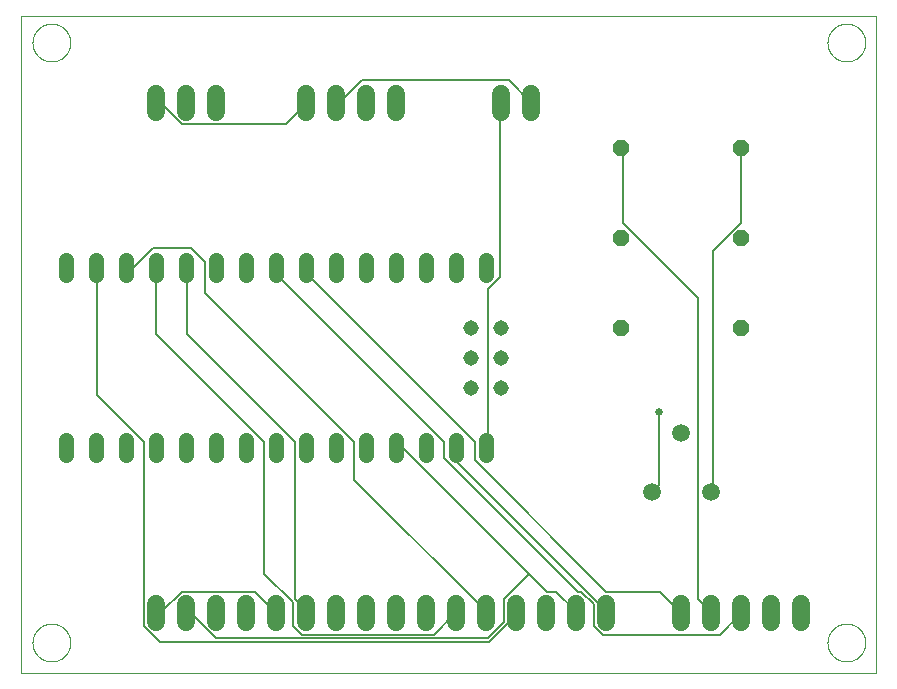
<source format=gbl>
G75*
%MOIN*%
%OFA0B0*%
%FSLAX25Y25*%
%IPPOS*%
%LPD*%
%AMOC8*
5,1,8,0,0,1.08239X$1,22.5*
%
%ADD10C,0.00000*%
%ADD11C,0.06000*%
%ADD12C,0.05937*%
%ADD13OC8,0.05200*%
%ADD14C,0.05150*%
%ADD15C,0.05150*%
%ADD16C,0.00600*%
%ADD17C,0.02578*%
D10*
X0001000Y0001000D02*
X0001000Y0219701D01*
X0285921Y0219701D01*
X0285921Y0001000D01*
X0001000Y0001000D01*
X0004701Y0011000D02*
X0004703Y0011158D01*
X0004709Y0011316D01*
X0004719Y0011474D01*
X0004733Y0011632D01*
X0004751Y0011789D01*
X0004772Y0011946D01*
X0004798Y0012102D01*
X0004828Y0012258D01*
X0004861Y0012413D01*
X0004899Y0012566D01*
X0004940Y0012719D01*
X0004985Y0012871D01*
X0005034Y0013022D01*
X0005087Y0013171D01*
X0005143Y0013319D01*
X0005203Y0013465D01*
X0005267Y0013610D01*
X0005335Y0013753D01*
X0005406Y0013895D01*
X0005480Y0014035D01*
X0005558Y0014172D01*
X0005640Y0014308D01*
X0005724Y0014442D01*
X0005813Y0014573D01*
X0005904Y0014702D01*
X0005999Y0014829D01*
X0006096Y0014954D01*
X0006197Y0015076D01*
X0006301Y0015195D01*
X0006408Y0015312D01*
X0006518Y0015426D01*
X0006631Y0015537D01*
X0006746Y0015646D01*
X0006864Y0015751D01*
X0006985Y0015853D01*
X0007108Y0015953D01*
X0007234Y0016049D01*
X0007362Y0016142D01*
X0007492Y0016232D01*
X0007625Y0016318D01*
X0007760Y0016402D01*
X0007896Y0016481D01*
X0008035Y0016558D01*
X0008176Y0016630D01*
X0008318Y0016700D01*
X0008462Y0016765D01*
X0008608Y0016827D01*
X0008755Y0016885D01*
X0008904Y0016940D01*
X0009054Y0016991D01*
X0009205Y0017038D01*
X0009357Y0017081D01*
X0009510Y0017120D01*
X0009665Y0017156D01*
X0009820Y0017187D01*
X0009976Y0017215D01*
X0010132Y0017239D01*
X0010289Y0017259D01*
X0010447Y0017275D01*
X0010604Y0017287D01*
X0010763Y0017295D01*
X0010921Y0017299D01*
X0011079Y0017299D01*
X0011237Y0017295D01*
X0011396Y0017287D01*
X0011553Y0017275D01*
X0011711Y0017259D01*
X0011868Y0017239D01*
X0012024Y0017215D01*
X0012180Y0017187D01*
X0012335Y0017156D01*
X0012490Y0017120D01*
X0012643Y0017081D01*
X0012795Y0017038D01*
X0012946Y0016991D01*
X0013096Y0016940D01*
X0013245Y0016885D01*
X0013392Y0016827D01*
X0013538Y0016765D01*
X0013682Y0016700D01*
X0013824Y0016630D01*
X0013965Y0016558D01*
X0014104Y0016481D01*
X0014240Y0016402D01*
X0014375Y0016318D01*
X0014508Y0016232D01*
X0014638Y0016142D01*
X0014766Y0016049D01*
X0014892Y0015953D01*
X0015015Y0015853D01*
X0015136Y0015751D01*
X0015254Y0015646D01*
X0015369Y0015537D01*
X0015482Y0015426D01*
X0015592Y0015312D01*
X0015699Y0015195D01*
X0015803Y0015076D01*
X0015904Y0014954D01*
X0016001Y0014829D01*
X0016096Y0014702D01*
X0016187Y0014573D01*
X0016276Y0014442D01*
X0016360Y0014308D01*
X0016442Y0014172D01*
X0016520Y0014035D01*
X0016594Y0013895D01*
X0016665Y0013753D01*
X0016733Y0013610D01*
X0016797Y0013465D01*
X0016857Y0013319D01*
X0016913Y0013171D01*
X0016966Y0013022D01*
X0017015Y0012871D01*
X0017060Y0012719D01*
X0017101Y0012566D01*
X0017139Y0012413D01*
X0017172Y0012258D01*
X0017202Y0012102D01*
X0017228Y0011946D01*
X0017249Y0011789D01*
X0017267Y0011632D01*
X0017281Y0011474D01*
X0017291Y0011316D01*
X0017297Y0011158D01*
X0017299Y0011000D01*
X0017297Y0010842D01*
X0017291Y0010684D01*
X0017281Y0010526D01*
X0017267Y0010368D01*
X0017249Y0010211D01*
X0017228Y0010054D01*
X0017202Y0009898D01*
X0017172Y0009742D01*
X0017139Y0009587D01*
X0017101Y0009434D01*
X0017060Y0009281D01*
X0017015Y0009129D01*
X0016966Y0008978D01*
X0016913Y0008829D01*
X0016857Y0008681D01*
X0016797Y0008535D01*
X0016733Y0008390D01*
X0016665Y0008247D01*
X0016594Y0008105D01*
X0016520Y0007965D01*
X0016442Y0007828D01*
X0016360Y0007692D01*
X0016276Y0007558D01*
X0016187Y0007427D01*
X0016096Y0007298D01*
X0016001Y0007171D01*
X0015904Y0007046D01*
X0015803Y0006924D01*
X0015699Y0006805D01*
X0015592Y0006688D01*
X0015482Y0006574D01*
X0015369Y0006463D01*
X0015254Y0006354D01*
X0015136Y0006249D01*
X0015015Y0006147D01*
X0014892Y0006047D01*
X0014766Y0005951D01*
X0014638Y0005858D01*
X0014508Y0005768D01*
X0014375Y0005682D01*
X0014240Y0005598D01*
X0014104Y0005519D01*
X0013965Y0005442D01*
X0013824Y0005370D01*
X0013682Y0005300D01*
X0013538Y0005235D01*
X0013392Y0005173D01*
X0013245Y0005115D01*
X0013096Y0005060D01*
X0012946Y0005009D01*
X0012795Y0004962D01*
X0012643Y0004919D01*
X0012490Y0004880D01*
X0012335Y0004844D01*
X0012180Y0004813D01*
X0012024Y0004785D01*
X0011868Y0004761D01*
X0011711Y0004741D01*
X0011553Y0004725D01*
X0011396Y0004713D01*
X0011237Y0004705D01*
X0011079Y0004701D01*
X0010921Y0004701D01*
X0010763Y0004705D01*
X0010604Y0004713D01*
X0010447Y0004725D01*
X0010289Y0004741D01*
X0010132Y0004761D01*
X0009976Y0004785D01*
X0009820Y0004813D01*
X0009665Y0004844D01*
X0009510Y0004880D01*
X0009357Y0004919D01*
X0009205Y0004962D01*
X0009054Y0005009D01*
X0008904Y0005060D01*
X0008755Y0005115D01*
X0008608Y0005173D01*
X0008462Y0005235D01*
X0008318Y0005300D01*
X0008176Y0005370D01*
X0008035Y0005442D01*
X0007896Y0005519D01*
X0007760Y0005598D01*
X0007625Y0005682D01*
X0007492Y0005768D01*
X0007362Y0005858D01*
X0007234Y0005951D01*
X0007108Y0006047D01*
X0006985Y0006147D01*
X0006864Y0006249D01*
X0006746Y0006354D01*
X0006631Y0006463D01*
X0006518Y0006574D01*
X0006408Y0006688D01*
X0006301Y0006805D01*
X0006197Y0006924D01*
X0006096Y0007046D01*
X0005999Y0007171D01*
X0005904Y0007298D01*
X0005813Y0007427D01*
X0005724Y0007558D01*
X0005640Y0007692D01*
X0005558Y0007828D01*
X0005480Y0007965D01*
X0005406Y0008105D01*
X0005335Y0008247D01*
X0005267Y0008390D01*
X0005203Y0008535D01*
X0005143Y0008681D01*
X0005087Y0008829D01*
X0005034Y0008978D01*
X0004985Y0009129D01*
X0004940Y0009281D01*
X0004899Y0009434D01*
X0004861Y0009587D01*
X0004828Y0009742D01*
X0004798Y0009898D01*
X0004772Y0010054D01*
X0004751Y0010211D01*
X0004733Y0010368D01*
X0004719Y0010526D01*
X0004709Y0010684D01*
X0004703Y0010842D01*
X0004701Y0011000D01*
X0004701Y0211000D02*
X0004703Y0211158D01*
X0004709Y0211316D01*
X0004719Y0211474D01*
X0004733Y0211632D01*
X0004751Y0211789D01*
X0004772Y0211946D01*
X0004798Y0212102D01*
X0004828Y0212258D01*
X0004861Y0212413D01*
X0004899Y0212566D01*
X0004940Y0212719D01*
X0004985Y0212871D01*
X0005034Y0213022D01*
X0005087Y0213171D01*
X0005143Y0213319D01*
X0005203Y0213465D01*
X0005267Y0213610D01*
X0005335Y0213753D01*
X0005406Y0213895D01*
X0005480Y0214035D01*
X0005558Y0214172D01*
X0005640Y0214308D01*
X0005724Y0214442D01*
X0005813Y0214573D01*
X0005904Y0214702D01*
X0005999Y0214829D01*
X0006096Y0214954D01*
X0006197Y0215076D01*
X0006301Y0215195D01*
X0006408Y0215312D01*
X0006518Y0215426D01*
X0006631Y0215537D01*
X0006746Y0215646D01*
X0006864Y0215751D01*
X0006985Y0215853D01*
X0007108Y0215953D01*
X0007234Y0216049D01*
X0007362Y0216142D01*
X0007492Y0216232D01*
X0007625Y0216318D01*
X0007760Y0216402D01*
X0007896Y0216481D01*
X0008035Y0216558D01*
X0008176Y0216630D01*
X0008318Y0216700D01*
X0008462Y0216765D01*
X0008608Y0216827D01*
X0008755Y0216885D01*
X0008904Y0216940D01*
X0009054Y0216991D01*
X0009205Y0217038D01*
X0009357Y0217081D01*
X0009510Y0217120D01*
X0009665Y0217156D01*
X0009820Y0217187D01*
X0009976Y0217215D01*
X0010132Y0217239D01*
X0010289Y0217259D01*
X0010447Y0217275D01*
X0010604Y0217287D01*
X0010763Y0217295D01*
X0010921Y0217299D01*
X0011079Y0217299D01*
X0011237Y0217295D01*
X0011396Y0217287D01*
X0011553Y0217275D01*
X0011711Y0217259D01*
X0011868Y0217239D01*
X0012024Y0217215D01*
X0012180Y0217187D01*
X0012335Y0217156D01*
X0012490Y0217120D01*
X0012643Y0217081D01*
X0012795Y0217038D01*
X0012946Y0216991D01*
X0013096Y0216940D01*
X0013245Y0216885D01*
X0013392Y0216827D01*
X0013538Y0216765D01*
X0013682Y0216700D01*
X0013824Y0216630D01*
X0013965Y0216558D01*
X0014104Y0216481D01*
X0014240Y0216402D01*
X0014375Y0216318D01*
X0014508Y0216232D01*
X0014638Y0216142D01*
X0014766Y0216049D01*
X0014892Y0215953D01*
X0015015Y0215853D01*
X0015136Y0215751D01*
X0015254Y0215646D01*
X0015369Y0215537D01*
X0015482Y0215426D01*
X0015592Y0215312D01*
X0015699Y0215195D01*
X0015803Y0215076D01*
X0015904Y0214954D01*
X0016001Y0214829D01*
X0016096Y0214702D01*
X0016187Y0214573D01*
X0016276Y0214442D01*
X0016360Y0214308D01*
X0016442Y0214172D01*
X0016520Y0214035D01*
X0016594Y0213895D01*
X0016665Y0213753D01*
X0016733Y0213610D01*
X0016797Y0213465D01*
X0016857Y0213319D01*
X0016913Y0213171D01*
X0016966Y0213022D01*
X0017015Y0212871D01*
X0017060Y0212719D01*
X0017101Y0212566D01*
X0017139Y0212413D01*
X0017172Y0212258D01*
X0017202Y0212102D01*
X0017228Y0211946D01*
X0017249Y0211789D01*
X0017267Y0211632D01*
X0017281Y0211474D01*
X0017291Y0211316D01*
X0017297Y0211158D01*
X0017299Y0211000D01*
X0017297Y0210842D01*
X0017291Y0210684D01*
X0017281Y0210526D01*
X0017267Y0210368D01*
X0017249Y0210211D01*
X0017228Y0210054D01*
X0017202Y0209898D01*
X0017172Y0209742D01*
X0017139Y0209587D01*
X0017101Y0209434D01*
X0017060Y0209281D01*
X0017015Y0209129D01*
X0016966Y0208978D01*
X0016913Y0208829D01*
X0016857Y0208681D01*
X0016797Y0208535D01*
X0016733Y0208390D01*
X0016665Y0208247D01*
X0016594Y0208105D01*
X0016520Y0207965D01*
X0016442Y0207828D01*
X0016360Y0207692D01*
X0016276Y0207558D01*
X0016187Y0207427D01*
X0016096Y0207298D01*
X0016001Y0207171D01*
X0015904Y0207046D01*
X0015803Y0206924D01*
X0015699Y0206805D01*
X0015592Y0206688D01*
X0015482Y0206574D01*
X0015369Y0206463D01*
X0015254Y0206354D01*
X0015136Y0206249D01*
X0015015Y0206147D01*
X0014892Y0206047D01*
X0014766Y0205951D01*
X0014638Y0205858D01*
X0014508Y0205768D01*
X0014375Y0205682D01*
X0014240Y0205598D01*
X0014104Y0205519D01*
X0013965Y0205442D01*
X0013824Y0205370D01*
X0013682Y0205300D01*
X0013538Y0205235D01*
X0013392Y0205173D01*
X0013245Y0205115D01*
X0013096Y0205060D01*
X0012946Y0205009D01*
X0012795Y0204962D01*
X0012643Y0204919D01*
X0012490Y0204880D01*
X0012335Y0204844D01*
X0012180Y0204813D01*
X0012024Y0204785D01*
X0011868Y0204761D01*
X0011711Y0204741D01*
X0011553Y0204725D01*
X0011396Y0204713D01*
X0011237Y0204705D01*
X0011079Y0204701D01*
X0010921Y0204701D01*
X0010763Y0204705D01*
X0010604Y0204713D01*
X0010447Y0204725D01*
X0010289Y0204741D01*
X0010132Y0204761D01*
X0009976Y0204785D01*
X0009820Y0204813D01*
X0009665Y0204844D01*
X0009510Y0204880D01*
X0009357Y0204919D01*
X0009205Y0204962D01*
X0009054Y0205009D01*
X0008904Y0205060D01*
X0008755Y0205115D01*
X0008608Y0205173D01*
X0008462Y0205235D01*
X0008318Y0205300D01*
X0008176Y0205370D01*
X0008035Y0205442D01*
X0007896Y0205519D01*
X0007760Y0205598D01*
X0007625Y0205682D01*
X0007492Y0205768D01*
X0007362Y0205858D01*
X0007234Y0205951D01*
X0007108Y0206047D01*
X0006985Y0206147D01*
X0006864Y0206249D01*
X0006746Y0206354D01*
X0006631Y0206463D01*
X0006518Y0206574D01*
X0006408Y0206688D01*
X0006301Y0206805D01*
X0006197Y0206924D01*
X0006096Y0207046D01*
X0005999Y0207171D01*
X0005904Y0207298D01*
X0005813Y0207427D01*
X0005724Y0207558D01*
X0005640Y0207692D01*
X0005558Y0207828D01*
X0005480Y0207965D01*
X0005406Y0208105D01*
X0005335Y0208247D01*
X0005267Y0208390D01*
X0005203Y0208535D01*
X0005143Y0208681D01*
X0005087Y0208829D01*
X0005034Y0208978D01*
X0004985Y0209129D01*
X0004940Y0209281D01*
X0004899Y0209434D01*
X0004861Y0209587D01*
X0004828Y0209742D01*
X0004798Y0209898D01*
X0004772Y0210054D01*
X0004751Y0210211D01*
X0004733Y0210368D01*
X0004719Y0210526D01*
X0004709Y0210684D01*
X0004703Y0210842D01*
X0004701Y0211000D01*
X0269701Y0211000D02*
X0269703Y0211158D01*
X0269709Y0211316D01*
X0269719Y0211474D01*
X0269733Y0211632D01*
X0269751Y0211789D01*
X0269772Y0211946D01*
X0269798Y0212102D01*
X0269828Y0212258D01*
X0269861Y0212413D01*
X0269899Y0212566D01*
X0269940Y0212719D01*
X0269985Y0212871D01*
X0270034Y0213022D01*
X0270087Y0213171D01*
X0270143Y0213319D01*
X0270203Y0213465D01*
X0270267Y0213610D01*
X0270335Y0213753D01*
X0270406Y0213895D01*
X0270480Y0214035D01*
X0270558Y0214172D01*
X0270640Y0214308D01*
X0270724Y0214442D01*
X0270813Y0214573D01*
X0270904Y0214702D01*
X0270999Y0214829D01*
X0271096Y0214954D01*
X0271197Y0215076D01*
X0271301Y0215195D01*
X0271408Y0215312D01*
X0271518Y0215426D01*
X0271631Y0215537D01*
X0271746Y0215646D01*
X0271864Y0215751D01*
X0271985Y0215853D01*
X0272108Y0215953D01*
X0272234Y0216049D01*
X0272362Y0216142D01*
X0272492Y0216232D01*
X0272625Y0216318D01*
X0272760Y0216402D01*
X0272896Y0216481D01*
X0273035Y0216558D01*
X0273176Y0216630D01*
X0273318Y0216700D01*
X0273462Y0216765D01*
X0273608Y0216827D01*
X0273755Y0216885D01*
X0273904Y0216940D01*
X0274054Y0216991D01*
X0274205Y0217038D01*
X0274357Y0217081D01*
X0274510Y0217120D01*
X0274665Y0217156D01*
X0274820Y0217187D01*
X0274976Y0217215D01*
X0275132Y0217239D01*
X0275289Y0217259D01*
X0275447Y0217275D01*
X0275604Y0217287D01*
X0275763Y0217295D01*
X0275921Y0217299D01*
X0276079Y0217299D01*
X0276237Y0217295D01*
X0276396Y0217287D01*
X0276553Y0217275D01*
X0276711Y0217259D01*
X0276868Y0217239D01*
X0277024Y0217215D01*
X0277180Y0217187D01*
X0277335Y0217156D01*
X0277490Y0217120D01*
X0277643Y0217081D01*
X0277795Y0217038D01*
X0277946Y0216991D01*
X0278096Y0216940D01*
X0278245Y0216885D01*
X0278392Y0216827D01*
X0278538Y0216765D01*
X0278682Y0216700D01*
X0278824Y0216630D01*
X0278965Y0216558D01*
X0279104Y0216481D01*
X0279240Y0216402D01*
X0279375Y0216318D01*
X0279508Y0216232D01*
X0279638Y0216142D01*
X0279766Y0216049D01*
X0279892Y0215953D01*
X0280015Y0215853D01*
X0280136Y0215751D01*
X0280254Y0215646D01*
X0280369Y0215537D01*
X0280482Y0215426D01*
X0280592Y0215312D01*
X0280699Y0215195D01*
X0280803Y0215076D01*
X0280904Y0214954D01*
X0281001Y0214829D01*
X0281096Y0214702D01*
X0281187Y0214573D01*
X0281276Y0214442D01*
X0281360Y0214308D01*
X0281442Y0214172D01*
X0281520Y0214035D01*
X0281594Y0213895D01*
X0281665Y0213753D01*
X0281733Y0213610D01*
X0281797Y0213465D01*
X0281857Y0213319D01*
X0281913Y0213171D01*
X0281966Y0213022D01*
X0282015Y0212871D01*
X0282060Y0212719D01*
X0282101Y0212566D01*
X0282139Y0212413D01*
X0282172Y0212258D01*
X0282202Y0212102D01*
X0282228Y0211946D01*
X0282249Y0211789D01*
X0282267Y0211632D01*
X0282281Y0211474D01*
X0282291Y0211316D01*
X0282297Y0211158D01*
X0282299Y0211000D01*
X0282297Y0210842D01*
X0282291Y0210684D01*
X0282281Y0210526D01*
X0282267Y0210368D01*
X0282249Y0210211D01*
X0282228Y0210054D01*
X0282202Y0209898D01*
X0282172Y0209742D01*
X0282139Y0209587D01*
X0282101Y0209434D01*
X0282060Y0209281D01*
X0282015Y0209129D01*
X0281966Y0208978D01*
X0281913Y0208829D01*
X0281857Y0208681D01*
X0281797Y0208535D01*
X0281733Y0208390D01*
X0281665Y0208247D01*
X0281594Y0208105D01*
X0281520Y0207965D01*
X0281442Y0207828D01*
X0281360Y0207692D01*
X0281276Y0207558D01*
X0281187Y0207427D01*
X0281096Y0207298D01*
X0281001Y0207171D01*
X0280904Y0207046D01*
X0280803Y0206924D01*
X0280699Y0206805D01*
X0280592Y0206688D01*
X0280482Y0206574D01*
X0280369Y0206463D01*
X0280254Y0206354D01*
X0280136Y0206249D01*
X0280015Y0206147D01*
X0279892Y0206047D01*
X0279766Y0205951D01*
X0279638Y0205858D01*
X0279508Y0205768D01*
X0279375Y0205682D01*
X0279240Y0205598D01*
X0279104Y0205519D01*
X0278965Y0205442D01*
X0278824Y0205370D01*
X0278682Y0205300D01*
X0278538Y0205235D01*
X0278392Y0205173D01*
X0278245Y0205115D01*
X0278096Y0205060D01*
X0277946Y0205009D01*
X0277795Y0204962D01*
X0277643Y0204919D01*
X0277490Y0204880D01*
X0277335Y0204844D01*
X0277180Y0204813D01*
X0277024Y0204785D01*
X0276868Y0204761D01*
X0276711Y0204741D01*
X0276553Y0204725D01*
X0276396Y0204713D01*
X0276237Y0204705D01*
X0276079Y0204701D01*
X0275921Y0204701D01*
X0275763Y0204705D01*
X0275604Y0204713D01*
X0275447Y0204725D01*
X0275289Y0204741D01*
X0275132Y0204761D01*
X0274976Y0204785D01*
X0274820Y0204813D01*
X0274665Y0204844D01*
X0274510Y0204880D01*
X0274357Y0204919D01*
X0274205Y0204962D01*
X0274054Y0205009D01*
X0273904Y0205060D01*
X0273755Y0205115D01*
X0273608Y0205173D01*
X0273462Y0205235D01*
X0273318Y0205300D01*
X0273176Y0205370D01*
X0273035Y0205442D01*
X0272896Y0205519D01*
X0272760Y0205598D01*
X0272625Y0205682D01*
X0272492Y0205768D01*
X0272362Y0205858D01*
X0272234Y0205951D01*
X0272108Y0206047D01*
X0271985Y0206147D01*
X0271864Y0206249D01*
X0271746Y0206354D01*
X0271631Y0206463D01*
X0271518Y0206574D01*
X0271408Y0206688D01*
X0271301Y0206805D01*
X0271197Y0206924D01*
X0271096Y0207046D01*
X0270999Y0207171D01*
X0270904Y0207298D01*
X0270813Y0207427D01*
X0270724Y0207558D01*
X0270640Y0207692D01*
X0270558Y0207828D01*
X0270480Y0207965D01*
X0270406Y0208105D01*
X0270335Y0208247D01*
X0270267Y0208390D01*
X0270203Y0208535D01*
X0270143Y0208681D01*
X0270087Y0208829D01*
X0270034Y0208978D01*
X0269985Y0209129D01*
X0269940Y0209281D01*
X0269899Y0209434D01*
X0269861Y0209587D01*
X0269828Y0209742D01*
X0269798Y0209898D01*
X0269772Y0210054D01*
X0269751Y0210211D01*
X0269733Y0210368D01*
X0269719Y0210526D01*
X0269709Y0210684D01*
X0269703Y0210842D01*
X0269701Y0211000D01*
X0269701Y0011000D02*
X0269703Y0011158D01*
X0269709Y0011316D01*
X0269719Y0011474D01*
X0269733Y0011632D01*
X0269751Y0011789D01*
X0269772Y0011946D01*
X0269798Y0012102D01*
X0269828Y0012258D01*
X0269861Y0012413D01*
X0269899Y0012566D01*
X0269940Y0012719D01*
X0269985Y0012871D01*
X0270034Y0013022D01*
X0270087Y0013171D01*
X0270143Y0013319D01*
X0270203Y0013465D01*
X0270267Y0013610D01*
X0270335Y0013753D01*
X0270406Y0013895D01*
X0270480Y0014035D01*
X0270558Y0014172D01*
X0270640Y0014308D01*
X0270724Y0014442D01*
X0270813Y0014573D01*
X0270904Y0014702D01*
X0270999Y0014829D01*
X0271096Y0014954D01*
X0271197Y0015076D01*
X0271301Y0015195D01*
X0271408Y0015312D01*
X0271518Y0015426D01*
X0271631Y0015537D01*
X0271746Y0015646D01*
X0271864Y0015751D01*
X0271985Y0015853D01*
X0272108Y0015953D01*
X0272234Y0016049D01*
X0272362Y0016142D01*
X0272492Y0016232D01*
X0272625Y0016318D01*
X0272760Y0016402D01*
X0272896Y0016481D01*
X0273035Y0016558D01*
X0273176Y0016630D01*
X0273318Y0016700D01*
X0273462Y0016765D01*
X0273608Y0016827D01*
X0273755Y0016885D01*
X0273904Y0016940D01*
X0274054Y0016991D01*
X0274205Y0017038D01*
X0274357Y0017081D01*
X0274510Y0017120D01*
X0274665Y0017156D01*
X0274820Y0017187D01*
X0274976Y0017215D01*
X0275132Y0017239D01*
X0275289Y0017259D01*
X0275447Y0017275D01*
X0275604Y0017287D01*
X0275763Y0017295D01*
X0275921Y0017299D01*
X0276079Y0017299D01*
X0276237Y0017295D01*
X0276396Y0017287D01*
X0276553Y0017275D01*
X0276711Y0017259D01*
X0276868Y0017239D01*
X0277024Y0017215D01*
X0277180Y0017187D01*
X0277335Y0017156D01*
X0277490Y0017120D01*
X0277643Y0017081D01*
X0277795Y0017038D01*
X0277946Y0016991D01*
X0278096Y0016940D01*
X0278245Y0016885D01*
X0278392Y0016827D01*
X0278538Y0016765D01*
X0278682Y0016700D01*
X0278824Y0016630D01*
X0278965Y0016558D01*
X0279104Y0016481D01*
X0279240Y0016402D01*
X0279375Y0016318D01*
X0279508Y0016232D01*
X0279638Y0016142D01*
X0279766Y0016049D01*
X0279892Y0015953D01*
X0280015Y0015853D01*
X0280136Y0015751D01*
X0280254Y0015646D01*
X0280369Y0015537D01*
X0280482Y0015426D01*
X0280592Y0015312D01*
X0280699Y0015195D01*
X0280803Y0015076D01*
X0280904Y0014954D01*
X0281001Y0014829D01*
X0281096Y0014702D01*
X0281187Y0014573D01*
X0281276Y0014442D01*
X0281360Y0014308D01*
X0281442Y0014172D01*
X0281520Y0014035D01*
X0281594Y0013895D01*
X0281665Y0013753D01*
X0281733Y0013610D01*
X0281797Y0013465D01*
X0281857Y0013319D01*
X0281913Y0013171D01*
X0281966Y0013022D01*
X0282015Y0012871D01*
X0282060Y0012719D01*
X0282101Y0012566D01*
X0282139Y0012413D01*
X0282172Y0012258D01*
X0282202Y0012102D01*
X0282228Y0011946D01*
X0282249Y0011789D01*
X0282267Y0011632D01*
X0282281Y0011474D01*
X0282291Y0011316D01*
X0282297Y0011158D01*
X0282299Y0011000D01*
X0282297Y0010842D01*
X0282291Y0010684D01*
X0282281Y0010526D01*
X0282267Y0010368D01*
X0282249Y0010211D01*
X0282228Y0010054D01*
X0282202Y0009898D01*
X0282172Y0009742D01*
X0282139Y0009587D01*
X0282101Y0009434D01*
X0282060Y0009281D01*
X0282015Y0009129D01*
X0281966Y0008978D01*
X0281913Y0008829D01*
X0281857Y0008681D01*
X0281797Y0008535D01*
X0281733Y0008390D01*
X0281665Y0008247D01*
X0281594Y0008105D01*
X0281520Y0007965D01*
X0281442Y0007828D01*
X0281360Y0007692D01*
X0281276Y0007558D01*
X0281187Y0007427D01*
X0281096Y0007298D01*
X0281001Y0007171D01*
X0280904Y0007046D01*
X0280803Y0006924D01*
X0280699Y0006805D01*
X0280592Y0006688D01*
X0280482Y0006574D01*
X0280369Y0006463D01*
X0280254Y0006354D01*
X0280136Y0006249D01*
X0280015Y0006147D01*
X0279892Y0006047D01*
X0279766Y0005951D01*
X0279638Y0005858D01*
X0279508Y0005768D01*
X0279375Y0005682D01*
X0279240Y0005598D01*
X0279104Y0005519D01*
X0278965Y0005442D01*
X0278824Y0005370D01*
X0278682Y0005300D01*
X0278538Y0005235D01*
X0278392Y0005173D01*
X0278245Y0005115D01*
X0278096Y0005060D01*
X0277946Y0005009D01*
X0277795Y0004962D01*
X0277643Y0004919D01*
X0277490Y0004880D01*
X0277335Y0004844D01*
X0277180Y0004813D01*
X0277024Y0004785D01*
X0276868Y0004761D01*
X0276711Y0004741D01*
X0276553Y0004725D01*
X0276396Y0004713D01*
X0276237Y0004705D01*
X0276079Y0004701D01*
X0275921Y0004701D01*
X0275763Y0004705D01*
X0275604Y0004713D01*
X0275447Y0004725D01*
X0275289Y0004741D01*
X0275132Y0004761D01*
X0274976Y0004785D01*
X0274820Y0004813D01*
X0274665Y0004844D01*
X0274510Y0004880D01*
X0274357Y0004919D01*
X0274205Y0004962D01*
X0274054Y0005009D01*
X0273904Y0005060D01*
X0273755Y0005115D01*
X0273608Y0005173D01*
X0273462Y0005235D01*
X0273318Y0005300D01*
X0273176Y0005370D01*
X0273035Y0005442D01*
X0272896Y0005519D01*
X0272760Y0005598D01*
X0272625Y0005682D01*
X0272492Y0005768D01*
X0272362Y0005858D01*
X0272234Y0005951D01*
X0272108Y0006047D01*
X0271985Y0006147D01*
X0271864Y0006249D01*
X0271746Y0006354D01*
X0271631Y0006463D01*
X0271518Y0006574D01*
X0271408Y0006688D01*
X0271301Y0006805D01*
X0271197Y0006924D01*
X0271096Y0007046D01*
X0270999Y0007171D01*
X0270904Y0007298D01*
X0270813Y0007427D01*
X0270724Y0007558D01*
X0270640Y0007692D01*
X0270558Y0007828D01*
X0270480Y0007965D01*
X0270406Y0008105D01*
X0270335Y0008247D01*
X0270267Y0008390D01*
X0270203Y0008535D01*
X0270143Y0008681D01*
X0270087Y0008829D01*
X0270034Y0008978D01*
X0269985Y0009129D01*
X0269940Y0009281D01*
X0269899Y0009434D01*
X0269861Y0009587D01*
X0269828Y0009742D01*
X0269798Y0009898D01*
X0269772Y0010054D01*
X0269751Y0010211D01*
X0269733Y0010368D01*
X0269719Y0010526D01*
X0269709Y0010684D01*
X0269703Y0010842D01*
X0269701Y0011000D01*
D11*
X0261000Y0018000D02*
X0261000Y0024000D01*
X0251000Y0024000D02*
X0251000Y0018000D01*
X0241000Y0018000D02*
X0241000Y0024000D01*
X0231000Y0024000D02*
X0231000Y0018000D01*
X0221000Y0018000D02*
X0221000Y0024000D01*
X0196000Y0024000D02*
X0196000Y0018000D01*
X0186000Y0018000D02*
X0186000Y0024000D01*
X0176000Y0024000D02*
X0176000Y0018000D01*
X0166000Y0018000D02*
X0166000Y0024000D01*
X0156000Y0024000D02*
X0156000Y0018000D01*
X0146000Y0018000D02*
X0146000Y0024000D01*
X0136000Y0024000D02*
X0136000Y0018000D01*
X0126000Y0018000D02*
X0126000Y0024000D01*
X0116000Y0024000D02*
X0116000Y0018000D01*
X0106000Y0018000D02*
X0106000Y0024000D01*
X0096000Y0024000D02*
X0096000Y0018000D01*
X0086000Y0018000D02*
X0086000Y0024000D01*
X0076000Y0024000D02*
X0076000Y0018000D01*
X0066000Y0018000D02*
X0066000Y0024000D01*
X0056000Y0024000D02*
X0056000Y0018000D01*
X0046000Y0018000D02*
X0046000Y0024000D01*
X0046000Y0188000D02*
X0046000Y0194000D01*
X0056000Y0194000D02*
X0056000Y0188000D01*
X0066000Y0188000D02*
X0066000Y0194000D01*
X0096000Y0194000D02*
X0096000Y0188000D01*
X0106000Y0188000D02*
X0106000Y0194000D01*
X0116000Y0194000D02*
X0116000Y0188000D01*
X0126000Y0188000D02*
X0126000Y0194000D01*
X0161000Y0194000D02*
X0161000Y0188000D01*
X0171000Y0188000D02*
X0171000Y0194000D01*
D12*
X0221000Y0080843D03*
X0211157Y0061157D03*
X0230843Y0061157D03*
D13*
X0241000Y0116000D03*
X0201000Y0116000D03*
X0201000Y0146000D03*
X0201000Y0176000D03*
X0241000Y0176000D03*
X0241000Y0146000D03*
D14*
X0156000Y0138575D02*
X0156000Y0133425D01*
X0146000Y0133425D02*
X0146000Y0138575D01*
X0136000Y0138575D02*
X0136000Y0133425D01*
X0126000Y0133425D02*
X0126000Y0138575D01*
X0116000Y0138575D02*
X0116000Y0133425D01*
X0106000Y0133425D02*
X0106000Y0138575D01*
X0096000Y0138575D02*
X0096000Y0133425D01*
X0086000Y0133425D02*
X0086000Y0138575D01*
X0076000Y0138575D02*
X0076000Y0133425D01*
X0066000Y0133425D02*
X0066000Y0138575D01*
X0056000Y0138575D02*
X0056000Y0133425D01*
X0046000Y0133425D02*
X0046000Y0138575D01*
X0036000Y0138575D02*
X0036000Y0133425D01*
X0026000Y0133425D02*
X0026000Y0138575D01*
X0016000Y0138575D02*
X0016000Y0133425D01*
X0016000Y0078575D02*
X0016000Y0073425D01*
X0026000Y0073425D02*
X0026000Y0078575D01*
X0036000Y0078575D02*
X0036000Y0073425D01*
X0046000Y0073425D02*
X0046000Y0078575D01*
X0056000Y0078575D02*
X0056000Y0073425D01*
X0066000Y0073425D02*
X0066000Y0078575D01*
X0076000Y0078575D02*
X0076000Y0073425D01*
X0086000Y0073425D02*
X0086000Y0078575D01*
X0096000Y0078575D02*
X0096000Y0073425D01*
X0106000Y0073425D02*
X0106000Y0078575D01*
X0116000Y0078575D02*
X0116000Y0073425D01*
X0126000Y0073425D02*
X0126000Y0078575D01*
X0136000Y0078575D02*
X0136000Y0073425D01*
X0146000Y0073425D02*
X0146000Y0078575D01*
X0156000Y0078575D02*
X0156000Y0073425D01*
D15*
X0151000Y0096000D03*
X0161000Y0096000D03*
X0161000Y0106000D03*
X0161000Y0116000D03*
X0151000Y0116000D03*
X0151000Y0106000D03*
D16*
X0156400Y0128800D02*
X0160600Y0133000D01*
X0160600Y0190600D01*
X0161000Y0191000D01*
X0163600Y0198400D02*
X0171000Y0191000D01*
X0163600Y0198400D02*
X0114400Y0198400D01*
X0107200Y0191200D01*
X0106000Y0191200D01*
X0106000Y0191000D01*
X0096000Y0191000D02*
X0095800Y0190600D01*
X0089200Y0184000D01*
X0054400Y0184000D01*
X0047800Y0190600D01*
X0046000Y0190600D01*
X0046000Y0191000D01*
X0044800Y0142600D02*
X0057400Y0142600D01*
X0062200Y0137800D01*
X0062200Y0127600D01*
X0112000Y0077800D01*
X0112000Y0065200D01*
X0155800Y0021400D01*
X0156000Y0021000D01*
X0161800Y0017800D02*
X0161800Y0025600D01*
X0170200Y0034000D01*
X0128200Y0076000D01*
X0126000Y0076000D01*
X0142000Y0077800D02*
X0142000Y0072400D01*
X0186400Y0028000D01*
X0187600Y0028000D01*
X0191800Y0023800D01*
X0191800Y0016600D01*
X0194800Y0013600D01*
X0233800Y0013600D01*
X0241000Y0020800D01*
X0241000Y0021000D01*
X0231000Y0021000D02*
X0230800Y0021400D01*
X0226600Y0025600D01*
X0226600Y0125800D01*
X0201400Y0151000D01*
X0201400Y0175600D01*
X0201000Y0176000D01*
X0241000Y0176000D02*
X0241000Y0151000D01*
X0231400Y0141400D01*
X0231400Y0061600D01*
X0230843Y0061157D01*
X0213400Y0063400D02*
X0211157Y0061157D01*
X0213400Y0063400D02*
X0213400Y0088000D01*
X0156400Y0076000D02*
X0156000Y0076000D01*
X0156400Y0076000D02*
X0156400Y0128800D01*
X0152200Y0077800D02*
X0096400Y0133600D01*
X0096400Y0136000D01*
X0096000Y0136000D01*
X0086200Y0136000D02*
X0086200Y0133600D01*
X0142000Y0077800D01*
X0146000Y0076000D02*
X0146200Y0076000D01*
X0146200Y0071200D01*
X0196000Y0021400D01*
X0196000Y0021000D01*
X0196000Y0028000D02*
X0214000Y0028000D01*
X0221000Y0021000D01*
X0196000Y0028000D02*
X0152200Y0071800D01*
X0152200Y0077800D01*
X0170200Y0034000D02*
X0176200Y0028000D01*
X0179200Y0028000D01*
X0185800Y0021400D01*
X0186000Y0021000D01*
X0166000Y0021000D02*
X0166000Y0020200D01*
X0157000Y0011200D01*
X0047200Y0011200D01*
X0041800Y0016600D01*
X0041800Y0077800D01*
X0026200Y0093400D01*
X0026200Y0136000D01*
X0026000Y0136000D01*
X0036000Y0136000D02*
X0038200Y0136000D01*
X0044800Y0142600D01*
X0046000Y0136000D02*
X0046000Y0113800D01*
X0082000Y0077800D01*
X0082000Y0034000D01*
X0091600Y0024400D01*
X0091600Y0016600D01*
X0094600Y0013600D01*
X0138400Y0013600D01*
X0145600Y0020800D01*
X0146000Y0021000D01*
X0156400Y0012400D02*
X0161800Y0017800D01*
X0156400Y0012400D02*
X0065800Y0012400D01*
X0057400Y0020800D01*
X0056200Y0020800D01*
X0056000Y0021000D01*
X0054400Y0028000D02*
X0079000Y0028000D01*
X0086000Y0021000D01*
X0092200Y0025600D02*
X0096400Y0021400D01*
X0096000Y0021000D01*
X0092200Y0025600D02*
X0092200Y0077800D01*
X0056200Y0113800D01*
X0056200Y0136000D01*
X0056000Y0136000D01*
X0086000Y0136000D02*
X0086200Y0136000D01*
X0054400Y0028000D02*
X0047800Y0021400D01*
X0046000Y0021400D01*
X0046000Y0021000D01*
D17*
X0213400Y0088000D03*
M02*

</source>
